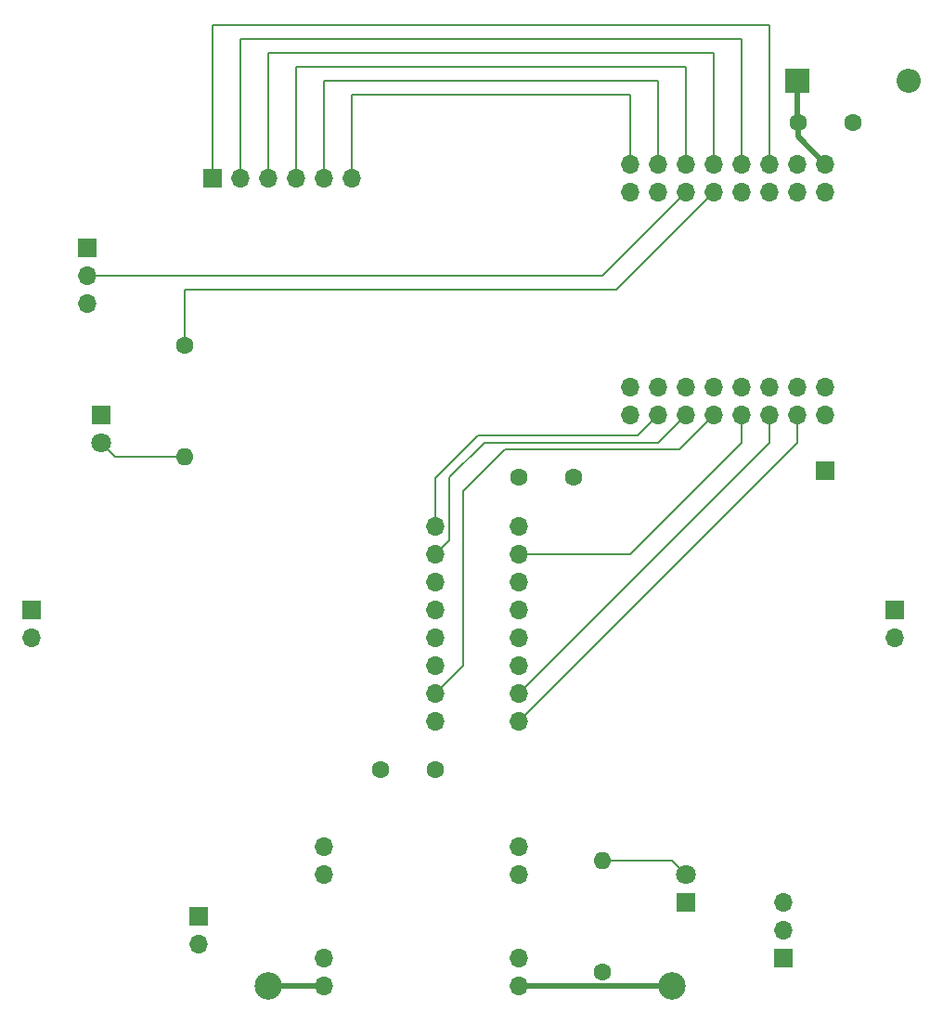
<source format=gbr>
%TF.GenerationSoftware,KiCad,Pcbnew,7.0.5*%
%TF.CreationDate,2023-09-24T23:37:00-04:00*%
%TF.ProjectId,cascade_cart_rev0,63617363-6164-4655-9f63-6172745f7265,rev?*%
%TF.SameCoordinates,Original*%
%TF.FileFunction,Copper,L1,Top*%
%TF.FilePolarity,Positive*%
%FSLAX46Y46*%
G04 Gerber Fmt 4.6, Leading zero omitted, Abs format (unit mm)*
G04 Created by KiCad (PCBNEW 7.0.5) date 2023-09-24 23:37:00*
%MOMM*%
%LPD*%
G01*
G04 APERTURE LIST*
%TA.AperFunction,ComponentPad*%
%ADD10C,1.600000*%
%TD*%
%TA.AperFunction,ComponentPad*%
%ADD11R,1.700000X1.700000*%
%TD*%
%TA.AperFunction,ComponentPad*%
%ADD12R,1.800000X1.800000*%
%TD*%
%TA.AperFunction,ComponentPad*%
%ADD13C,1.800000*%
%TD*%
%TA.AperFunction,ComponentPad*%
%ADD14O,1.700000X1.700000*%
%TD*%
%TA.AperFunction,SMDPad,CuDef*%
%ADD15C,2.500000*%
%TD*%
%TA.AperFunction,ComponentPad*%
%ADD16O,1.600000X1.600000*%
%TD*%
%TA.AperFunction,ComponentPad*%
%ADD17R,2.200000X2.200000*%
%TD*%
%TA.AperFunction,ComponentPad*%
%ADD18O,2.200000X2.200000*%
%TD*%
%TA.AperFunction,Conductor*%
%ADD19C,0.508000*%
%TD*%
%TA.AperFunction,Conductor*%
%ADD20C,0.203200*%
%TD*%
G04 APERTURE END LIST*
D10*
%TO.P,C3,1*%
%TO.N,/VUSB*%
X141010000Y-55880000D03*
%TO.P,C3,2*%
%TO.N,GND*%
X146010000Y-55880000D03*
%TD*%
D11*
%TO.P,J7,1,Pin_1*%
%TO.N,Net-(J7-Pin_1)*%
X143510000Y-87630000D03*
%TD*%
D12*
%TO.P,D3,1,K*%
%TO.N,GND*%
X77470000Y-82550000D03*
D13*
%TO.P,D3,2,A*%
%TO.N,Net-(D3-A)*%
X77470000Y-85090000D03*
%TD*%
D14*
%TO.P,J3,1,Pin_1*%
%TO.N,/EN_A*%
X107950000Y-92710000D03*
%TO.P,J3,2,Pin_2*%
%TO.N,/MOT_CONT_A1*%
X107950000Y-95250000D03*
%TO.P,J3,3,Pin_3*%
%TO.N,/A1*%
X107950000Y-97790000D03*
%TO.P,J3,4,Pin_4*%
%TO.N,GND*%
X107950000Y-100330000D03*
%TO.P,J3,5,Pin_5*%
X107950000Y-102870000D03*
%TO.P,J3,6,Pin_6*%
%TO.N,/A2*%
X107950000Y-105410000D03*
%TO.P,J3,7,Pin_7*%
%TO.N,/MOT_CONT_A2*%
X107950000Y-107950000D03*
%TO.P,J3,8,Pin_8*%
%TO.N,+5V*%
X107950000Y-110490000D03*
%TO.P,J3,9,Pin_9*%
%TO.N,/EN_B*%
X115570000Y-110490000D03*
%TO.P,J3,10,Pin_10*%
%TO.N,/MOT_CONT_B2*%
X115570000Y-107950000D03*
%TO.P,J3,11,Pin_11*%
%TO.N,/B2*%
X115570000Y-105410000D03*
%TO.P,J3,12,Pin_12*%
%TO.N,GND*%
X115570000Y-102870000D03*
%TO.P,J3,13,Pin_13*%
X115570000Y-100330000D03*
%TO.P,J3,14,Pin_14*%
%TO.N,/B1*%
X115570000Y-97790000D03*
%TO.P,J3,15,Pin_15*%
%TO.N,/MOT_CONT_B1*%
X115570000Y-95250000D03*
%TO.P,J3,16,Pin_16*%
%TO.N,+5V*%
X115570000Y-92710000D03*
%TD*%
%TO.P,U1,1,EN*%
%TO.N,unconnected-(U1-EN-Pad1)*%
X125730000Y-82550000D03*
%TO.P,U1,2,IO3*%
%TO.N,/EN_A*%
X128270000Y-82550000D03*
%TO.P,U1,3,IO5*%
%TO.N,/MOT_CONT_A1*%
X130810000Y-82550000D03*
%TO.P,U1,4,IO7*%
%TO.N,/MOT_CONT_A2*%
X133350000Y-82550000D03*
%TO.P,U1,5,IO9*%
%TO.N,/MOT_CONT_B1*%
X135890000Y-82550000D03*
%TO.P,U1,6,IO11*%
%TO.N,/MOT_CONT_B2*%
X138430000Y-82550000D03*
%TO.P,U1,7,IO12*%
%TO.N,/EN_B*%
X140970000Y-82550000D03*
%TO.P,U1,8,3V3*%
%TO.N,Net-(J7-Pin_1)*%
X143510000Y-82550000D03*
%TO.P,U1,9,IO1*%
%TO.N,unconnected-(U1-IO1-Pad9)*%
X125730000Y-80010000D03*
%TO.P,U1,10,IO2*%
%TO.N,unconnected-(U1-IO2-Pad10)*%
X128270000Y-80010000D03*
%TO.P,U1,11,IO4*%
%TO.N,unconnected-(U1-IO4-Pad11)*%
X130810000Y-80010000D03*
%TO.P,U1,12,IO6*%
%TO.N,unconnected-(U1-IO6-Pad12)*%
X133350000Y-80010000D03*
%TO.P,U1,13,IO8*%
%TO.N,unconnected-(U1-IO8-Pad13)*%
X135890000Y-80010000D03*
%TO.P,U1,14,IO10*%
%TO.N,unconnected-(U1-IO10-Pad14)*%
X138430000Y-80010000D03*
%TO.P,U1,15,IO13*%
%TO.N,unconnected-(U1-IO13-Pad15)*%
X140970000Y-80010000D03*
%TO.P,U1,16,IO14*%
%TO.N,unconnected-(U1-IO14-Pad16)*%
X143510000Y-80010000D03*
%TO.P,U1,17,IO40*%
%TO.N,unconnected-(U1-IO40-Pad17)*%
X125730000Y-62230000D03*
%TO.P,U1,18,IO38*%
%TO.N,unconnected-(U1-IO38-Pad18)*%
X128270000Y-62230000D03*
%TO.P,U1,19,IO36*%
%TO.N,/LED_CONT*%
X130810000Y-62230000D03*
%TO.P,U1,20,IO34*%
%TO.N,/LED_IND*%
X133350000Y-62230000D03*
%TO.P,U1,21,IO21*%
%TO.N,unconnected-(U1-IO21-Pad21)*%
X135890000Y-62230000D03*
%TO.P,U1,22,IO17*%
%TO.N,unconnected-(U1-IO17-Pad22)*%
X138430000Y-62230000D03*
%TO.P,U1,23,GND*%
%TO.N,GND*%
X140970000Y-62230000D03*
%TO.P,U1,24,IO15*%
%TO.N,unconnected-(U1-IO15-Pad24)*%
X143510000Y-62230000D03*
%TO.P,U1,25,IO39*%
%TO.N,Net-(J6-Pin_6)*%
X125730000Y-59690000D03*
%TO.P,U1,26,IO37*%
%TO.N,Net-(J6-Pin_5)*%
X128270000Y-59690000D03*
%TO.P,U1,27,IO35*%
%TO.N,Net-(J6-Pin_4)*%
X130810000Y-59690000D03*
%TO.P,U1,28,IO33*%
%TO.N,Net-(J6-Pin_3)*%
X133350000Y-59690000D03*
%TO.P,U1,29,IO18*%
%TO.N,Net-(J6-Pin_2)*%
X135890000Y-59690000D03*
%TO.P,U1,30,IO16*%
%TO.N,Net-(J6-Pin_1)*%
X138430000Y-59690000D03*
%TO.P,U1,31,GND*%
%TO.N,GND*%
X140970000Y-59690000D03*
%TO.P,U1,32,VBUS*%
%TO.N,/VUSB*%
X143510000Y-59690000D03*
%TD*%
D11*
%TO.P,J5,1,Pin_1*%
%TO.N,/B1*%
X149860000Y-100350000D03*
D14*
%TO.P,J5,2,Pin_2*%
%TO.N,/B2*%
X149860000Y-102890000D03*
%TD*%
D11*
%TO.P,SW1,1,A*%
%TO.N,Net-(SW1-A)*%
X139700000Y-132065000D03*
D14*
%TO.P,SW1,2,B*%
%TO.N,Net-(J1-Pin_2)*%
X139700000Y-129525000D03*
%TO.P,SW1,3,C*%
%TO.N,unconnected-(SW1-C-Pad3)*%
X139700000Y-126985000D03*
%TD*%
D15*
%TO.P,TP2,1,1*%
%TO.N,Net-(SW1-A)*%
X92710000Y-134620000D03*
%TD*%
%TO.P,TP1,1,1*%
%TO.N,+5V*%
X129540000Y-134620000D03*
%TD*%
D10*
%TO.P,R2,1*%
%TO.N,/LED_IND*%
X85090000Y-76200000D03*
D16*
%TO.P,R2,2*%
%TO.N,Net-(D3-A)*%
X85090000Y-86360000D03*
%TD*%
D11*
%TO.P,J6,1,Pin_1*%
%TO.N,Net-(J6-Pin_1)*%
X87630000Y-60960000D03*
D14*
%TO.P,J6,2,Pin_2*%
%TO.N,Net-(J6-Pin_2)*%
X90170000Y-60960000D03*
%TO.P,J6,3,Pin_3*%
%TO.N,Net-(J6-Pin_3)*%
X92710000Y-60960000D03*
%TO.P,J6,4,Pin_4*%
%TO.N,Net-(J6-Pin_4)*%
X95250000Y-60960000D03*
%TO.P,J6,5,Pin_5*%
%TO.N,Net-(J6-Pin_5)*%
X97790000Y-60960000D03*
%TO.P,J6,6,Pin_6*%
%TO.N,Net-(J6-Pin_6)*%
X100330000Y-60960000D03*
%TD*%
D17*
%TO.P,D1,1,K*%
%TO.N,/VUSB*%
X140970000Y-52070000D03*
D18*
%TO.P,D1,2,A*%
%TO.N,+5V*%
X151130000Y-52070000D03*
%TD*%
D10*
%TO.P,R3,1*%
%TO.N,+5V*%
X123190000Y-133350000D03*
D16*
%TO.P,R3,2*%
%TO.N,Net-(D4-A)*%
X123190000Y-123190000D03*
%TD*%
D14*
%TO.P,U2,1,VIN-*%
%TO.N,GND*%
X97790000Y-121920000D03*
%TO.P,U2,2,VIN-*%
X97790000Y-124460000D03*
%TO.P,U2,3,VIN+*%
%TO.N,Net-(SW1-A)*%
X97790000Y-132080000D03*
%TO.P,U2,4,VIN+*%
X97790000Y-134620000D03*
%TO.P,U2,5,VOUT+*%
%TO.N,+5V*%
X115570000Y-134620000D03*
%TO.P,U2,6,VOUT+*%
X115570000Y-132080000D03*
%TO.P,U2,7,VOUT-*%
%TO.N,GND*%
X115570000Y-124460000D03*
%TO.P,U2,8,VOUT-*%
X115570000Y-121920000D03*
%TD*%
D11*
%TO.P,J1,1,Pin_1*%
%TO.N,GND*%
X86360000Y-128270000D03*
D14*
%TO.P,J1,2,Pin_2*%
%TO.N,Net-(J1-Pin_2)*%
X86360000Y-130810000D03*
%TD*%
D12*
%TO.P,D4,1,K*%
%TO.N,GND*%
X130810000Y-127000000D03*
D13*
%TO.P,D4,2,A*%
%TO.N,Net-(D4-A)*%
X130810000Y-124460000D03*
%TD*%
D10*
%TO.P,C1,1*%
%TO.N,+5V*%
X115570000Y-88265000D03*
%TO.P,C1,2*%
%TO.N,GND*%
X120570000Y-88265000D03*
%TD*%
D11*
%TO.P,J4,1,Pin_1*%
%TO.N,/A1*%
X71120000Y-100350000D03*
D14*
%TO.P,J4,2,Pin_2*%
%TO.N,/A2*%
X71120000Y-102890000D03*
%TD*%
D11*
%TO.P,J2,1,Pin_1*%
%TO.N,+5V*%
X76200000Y-67310000D03*
D14*
%TO.P,J2,2,Pin_2*%
%TO.N,/LED_CONT*%
X76200000Y-69850000D03*
%TO.P,J2,3,Pin_3*%
%TO.N,GND*%
X76200000Y-72390000D03*
%TD*%
D10*
%TO.P,C2,1*%
%TO.N,+5V*%
X107910000Y-114935000D03*
%TO.P,C2,2*%
%TO.N,GND*%
X102910000Y-114935000D03*
%TD*%
D19*
%TO.N,/VUSB*%
X141010000Y-57190000D02*
X143510000Y-59690000D01*
X140970000Y-52070000D02*
X140970000Y-55840000D01*
X140970000Y-55840000D02*
X141010000Y-55880000D01*
X141010000Y-55880000D02*
X141010000Y-57190000D01*
%TO.N,+5V*%
X129540000Y-134620000D02*
X115570000Y-134620000D01*
D20*
%TO.N,Net-(D3-A)*%
X78740000Y-86360000D02*
X77470000Y-85090000D01*
X85090000Y-86360000D02*
X78740000Y-86360000D01*
%TO.N,Net-(D4-A)*%
X123190000Y-123190000D02*
X129540000Y-123190000D01*
X129540000Y-123190000D02*
X130810000Y-124460000D01*
%TO.N,/LED_CONT*%
X76200000Y-69850000D02*
X123190000Y-69850000D01*
X123190000Y-69850000D02*
X130810000Y-62230000D01*
%TO.N,/MOT_CONT_A1*%
X107950000Y-95250000D02*
X109220000Y-93980000D01*
X109220000Y-88265000D02*
X112395000Y-85090000D01*
X109220000Y-93980000D02*
X109220000Y-88265000D01*
X128270000Y-85090000D02*
X130810000Y-82550000D01*
X112395000Y-85090000D02*
X128270000Y-85090000D01*
%TO.N,/MOT_CONT_A2*%
X114300000Y-85725000D02*
X130175000Y-85725000D01*
X110490000Y-105410000D02*
X110490000Y-89535000D01*
X110490000Y-89535000D02*
X114300000Y-85725000D01*
X130175000Y-85725000D02*
X133350000Y-82550000D01*
X107950000Y-107950000D02*
X110490000Y-105410000D01*
%TO.N,/MOT_CONT_B2*%
X115570000Y-107950000D02*
X138430000Y-85090000D01*
X138430000Y-85090000D02*
X138430000Y-82550000D01*
%TO.N,/MOT_CONT_B1*%
X135890000Y-85090000D02*
X135890000Y-82550000D01*
X125730000Y-95250000D02*
X135890000Y-85090000D01*
X115570000Y-95250000D02*
X125730000Y-95250000D01*
%TO.N,/LED_IND*%
X85090000Y-71120000D02*
X124460000Y-71120000D01*
X85090000Y-76200000D02*
X85090000Y-71120000D01*
X124460000Y-71120000D02*
X133350000Y-62230000D01*
D19*
%TO.N,Net-(SW1-A)*%
X97790000Y-134620000D02*
X92710000Y-134620000D01*
D20*
%TO.N,/EN_B*%
X115570000Y-110490000D02*
X140970000Y-85090000D01*
X140970000Y-85090000D02*
X140970000Y-82550000D01*
%TO.N,/EN_A*%
X107950000Y-92710000D02*
X107950000Y-88329789D01*
X111824789Y-84455000D02*
X126365000Y-84455000D01*
X126365000Y-84455000D02*
X128270000Y-82550000D01*
X107950000Y-88329789D02*
X111824789Y-84455000D01*
%TO.N,Net-(J6-Pin_1)*%
X87630000Y-46990000D02*
X138430000Y-46990000D01*
X87630000Y-60960000D02*
X87630000Y-46990000D01*
X138430000Y-46990000D02*
X138430000Y-59690000D01*
%TO.N,Net-(J6-Pin_2)*%
X90170000Y-48260000D02*
X90170000Y-60960000D01*
X135890000Y-48260000D02*
X90170000Y-48260000D01*
X135890000Y-59690000D02*
X135890000Y-48260000D01*
%TO.N,Net-(J6-Pin_3)*%
X92710000Y-60960000D02*
X92710000Y-49530000D01*
X133350000Y-49530000D02*
X133350000Y-59690000D01*
X92710000Y-49530000D02*
X133350000Y-49530000D01*
%TO.N,Net-(J6-Pin_4)*%
X130810000Y-50800000D02*
X95250000Y-50800000D01*
X130810000Y-59690000D02*
X130810000Y-50800000D01*
X95250000Y-50800000D02*
X95250000Y-60960000D01*
%TO.N,Net-(J6-Pin_5)*%
X97790000Y-60960000D02*
X97790000Y-52070000D01*
X97790000Y-52070000D02*
X128270000Y-52070000D01*
X128270000Y-52070000D02*
X128270000Y-59690000D01*
%TO.N,Net-(J6-Pin_6)*%
X100330000Y-53340000D02*
X100330000Y-60960000D01*
X125730000Y-59690000D02*
X125730000Y-53340000D01*
X125730000Y-53340000D02*
X100330000Y-53340000D01*
%TD*%
M02*

</source>
